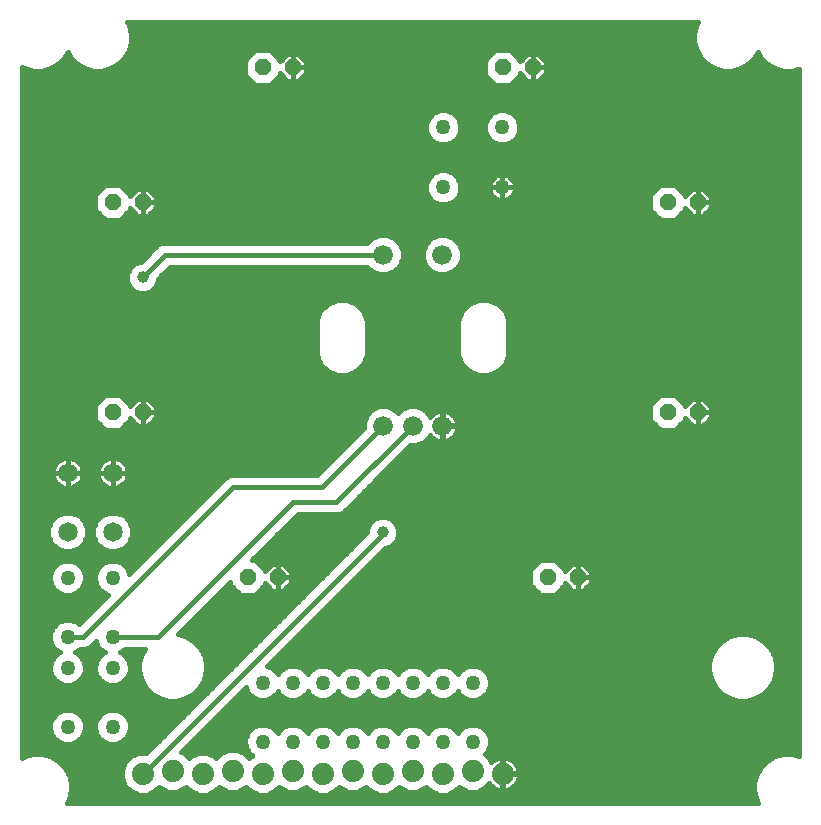
<source format=gbl>
G75*
%MOIN*%
%OFA0B0*%
%FSLAX25Y25*%
%IPPOS*%
%LPD*%
%AMOC8*
5,1,8,0,0,1.08239X$1,22.5*
%
%ADD10C,0.06500*%
%ADD11OC8,0.05200*%
%ADD12C,0.05000*%
%ADD13C,0.06600*%
%ADD14C,0.07400*%
%ADD15C,0.03962*%
%ADD16C,0.01600*%
D10*
X0021800Y0096957D03*
X0036800Y0096957D03*
X0036800Y0116643D03*
X0021800Y0116643D03*
D11*
X0036800Y0136800D03*
X0046800Y0136800D03*
X0081800Y0081800D03*
X0091800Y0081800D03*
X0181800Y0081800D03*
X0191800Y0081800D03*
X0221800Y0136800D03*
X0231800Y0136800D03*
X0231800Y0206800D03*
X0221800Y0206800D03*
X0176800Y0251800D03*
X0166800Y0251800D03*
X0096800Y0251800D03*
X0086800Y0251800D03*
X0046800Y0206800D03*
X0036800Y0206800D03*
D12*
X0146957Y0211800D03*
X0166643Y0211800D03*
X0166643Y0231800D03*
X0146957Y0231800D03*
X0036800Y0081643D03*
X0021800Y0081643D03*
X0021800Y0061957D03*
X0021800Y0051643D03*
X0036800Y0051643D03*
X0036800Y0061957D03*
X0036800Y0031957D03*
X0021800Y0031957D03*
X0086800Y0026957D03*
X0096800Y0026957D03*
X0106800Y0026957D03*
X0116800Y0026957D03*
X0126800Y0026957D03*
X0136800Y0026957D03*
X0146800Y0026957D03*
X0156800Y0026957D03*
X0156800Y0046643D03*
X0146800Y0046643D03*
X0136800Y0046643D03*
X0126800Y0046643D03*
X0116800Y0046643D03*
X0106800Y0046643D03*
X0096800Y0046643D03*
X0086800Y0046643D03*
D13*
X0126957Y0132272D03*
X0136800Y0132272D03*
X0146643Y0132272D03*
X0146643Y0189359D03*
X0126957Y0189359D03*
D14*
X0136800Y0017300D03*
X0126800Y0016300D03*
X0116800Y0017300D03*
X0106800Y0016300D03*
X0096800Y0017300D03*
X0086800Y0016300D03*
X0076800Y0017300D03*
X0066800Y0016300D03*
X0056800Y0017300D03*
X0046800Y0016300D03*
X0146800Y0016300D03*
X0156800Y0017300D03*
X0166800Y0016300D03*
D15*
X0126800Y0096800D03*
X0046800Y0181800D03*
D16*
X0006600Y0251986D02*
X0006600Y0021614D01*
X0007516Y0022143D01*
X0010339Y0022899D01*
X0013261Y0022899D01*
X0016084Y0022143D01*
X0018615Y0020682D01*
X0020682Y0018615D01*
X0022143Y0016084D01*
X0022899Y0013261D01*
X0022899Y0010339D01*
X0022143Y0007516D01*
X0021614Y0006600D01*
X0251986Y0006600D01*
X0251457Y0007516D01*
X0250701Y0010339D01*
X0250701Y0013261D01*
X0251457Y0016084D01*
X0252918Y0018615D01*
X0254985Y0020682D01*
X0257516Y0022143D01*
X0260339Y0022899D01*
X0263261Y0022899D01*
X0265701Y0022246D01*
X0265701Y0251354D01*
X0263261Y0250701D01*
X0260339Y0250701D01*
X0257516Y0251457D01*
X0254985Y0252918D01*
X0252918Y0254985D01*
X0251800Y0256922D01*
X0250682Y0254985D01*
X0248615Y0252918D01*
X0246084Y0251457D01*
X0243261Y0250701D01*
X0240339Y0250701D01*
X0237516Y0251457D01*
X0234985Y0252918D01*
X0232918Y0254985D01*
X0231457Y0257516D01*
X0230701Y0260339D01*
X0230701Y0263261D01*
X0231457Y0266084D01*
X0231963Y0266961D01*
X0041637Y0266961D01*
X0042143Y0266084D01*
X0042899Y0263261D01*
X0042899Y0260339D01*
X0042143Y0257516D01*
X0040682Y0254985D01*
X0038615Y0252918D01*
X0036084Y0251457D01*
X0033261Y0250701D01*
X0030339Y0250701D01*
X0027516Y0251457D01*
X0024985Y0252918D01*
X0022918Y0254985D01*
X0021800Y0256922D01*
X0020682Y0254985D01*
X0018615Y0252918D01*
X0016084Y0251457D01*
X0013261Y0250701D01*
X0010339Y0250701D01*
X0007516Y0251457D01*
X0006600Y0251986D01*
X0006600Y0251168D02*
X0008596Y0251168D01*
X0006600Y0249569D02*
X0081000Y0249569D01*
X0081000Y0249398D02*
X0084398Y0246000D01*
X0089202Y0246000D01*
X0092600Y0249398D01*
X0092600Y0249777D01*
X0094977Y0247400D01*
X0096800Y0247400D01*
X0098623Y0247400D01*
X0101200Y0249977D01*
X0101200Y0251800D01*
X0101200Y0253623D01*
X0098623Y0256200D01*
X0096800Y0256200D01*
X0096800Y0251800D01*
X0101200Y0251800D01*
X0096800Y0251800D01*
X0096800Y0251800D01*
X0096800Y0251800D01*
X0096800Y0247400D01*
X0096800Y0251800D01*
X0096800Y0251800D01*
X0096800Y0256200D01*
X0094977Y0256200D01*
X0092600Y0253823D01*
X0092600Y0254202D01*
X0089202Y0257600D01*
X0084398Y0257600D01*
X0081000Y0254202D01*
X0081000Y0249398D01*
X0081000Y0251168D02*
X0035004Y0251168D01*
X0038352Y0252766D02*
X0081000Y0252766D01*
X0081162Y0254365D02*
X0040061Y0254365D01*
X0041246Y0255963D02*
X0082761Y0255963D01*
X0084359Y0257562D02*
X0042155Y0257562D01*
X0042583Y0259160D02*
X0231017Y0259160D01*
X0230701Y0260759D02*
X0042899Y0260759D01*
X0042899Y0262357D02*
X0230701Y0262357D01*
X0230887Y0263956D02*
X0042713Y0263956D01*
X0042285Y0265554D02*
X0231315Y0265554D01*
X0231445Y0257562D02*
X0169241Y0257562D01*
X0169202Y0257600D02*
X0164398Y0257600D01*
X0161000Y0254202D01*
X0161000Y0249398D01*
X0164398Y0246000D01*
X0169202Y0246000D01*
X0172600Y0249398D01*
X0172600Y0249777D01*
X0174977Y0247400D01*
X0176800Y0247400D01*
X0178623Y0247400D01*
X0181200Y0249977D01*
X0181200Y0251800D01*
X0181200Y0253623D01*
X0178623Y0256200D01*
X0176800Y0256200D01*
X0176800Y0251800D01*
X0181200Y0251800D01*
X0176800Y0251800D01*
X0176800Y0251800D01*
X0176800Y0251800D01*
X0176800Y0247400D01*
X0176800Y0251800D01*
X0176800Y0251800D01*
X0176800Y0256200D01*
X0174977Y0256200D01*
X0172600Y0253823D01*
X0172600Y0254202D01*
X0169202Y0257600D01*
X0170839Y0255963D02*
X0174741Y0255963D01*
X0176800Y0255963D02*
X0176800Y0255963D01*
X0176800Y0254365D02*
X0176800Y0254365D01*
X0176800Y0252766D02*
X0176800Y0252766D01*
X0176800Y0251168D02*
X0176800Y0251168D01*
X0176800Y0249569D02*
X0176800Y0249569D01*
X0176800Y0247971D02*
X0176800Y0247971D01*
X0179193Y0247971D02*
X0265701Y0247971D01*
X0265701Y0249569D02*
X0180792Y0249569D01*
X0181200Y0251168D02*
X0238596Y0251168D01*
X0235248Y0252766D02*
X0181200Y0252766D01*
X0180458Y0254365D02*
X0233539Y0254365D01*
X0232354Y0255963D02*
X0178859Y0255963D01*
X0173142Y0254365D02*
X0172438Y0254365D01*
X0172600Y0249569D02*
X0172808Y0249569D01*
X0174407Y0247971D02*
X0171173Y0247971D01*
X0169575Y0246372D02*
X0265701Y0246372D01*
X0265701Y0244774D02*
X0006600Y0244774D01*
X0006600Y0246372D02*
X0084025Y0246372D01*
X0082427Y0247971D02*
X0006600Y0247971D01*
X0006600Y0243175D02*
X0265701Y0243175D01*
X0265701Y0241577D02*
X0006600Y0241577D01*
X0006600Y0239978D02*
X0265701Y0239978D01*
X0265701Y0238380D02*
X0006600Y0238380D01*
X0006600Y0236781D02*
X0144088Y0236781D01*
X0143729Y0236632D02*
X0142125Y0235029D01*
X0141257Y0232934D01*
X0141257Y0230666D01*
X0142125Y0228571D01*
X0143729Y0226968D01*
X0145824Y0226100D01*
X0148091Y0226100D01*
X0150186Y0226968D01*
X0151790Y0228571D01*
X0152657Y0230666D01*
X0152657Y0232934D01*
X0151790Y0235029D01*
X0150186Y0236632D01*
X0148091Y0237500D01*
X0145824Y0237500D01*
X0143729Y0236632D01*
X0142279Y0235183D02*
X0006600Y0235183D01*
X0006600Y0233584D02*
X0141527Y0233584D01*
X0141257Y0231986D02*
X0006600Y0231986D01*
X0006600Y0230387D02*
X0141373Y0230387D01*
X0142035Y0228789D02*
X0006600Y0228789D01*
X0006600Y0227190D02*
X0143506Y0227190D01*
X0150409Y0227190D02*
X0163191Y0227190D01*
X0163414Y0226968D02*
X0161810Y0228571D01*
X0160943Y0230666D01*
X0160943Y0232934D01*
X0161810Y0235029D01*
X0163414Y0236632D01*
X0165509Y0237500D01*
X0167776Y0237500D01*
X0169871Y0236632D01*
X0171475Y0235029D01*
X0172343Y0232934D01*
X0172343Y0230666D01*
X0171475Y0228571D01*
X0169871Y0226968D01*
X0167776Y0226100D01*
X0165509Y0226100D01*
X0163414Y0226968D01*
X0161720Y0228789D02*
X0151880Y0228789D01*
X0152542Y0230387D02*
X0161058Y0230387D01*
X0160943Y0231986D02*
X0152657Y0231986D01*
X0152388Y0233584D02*
X0161212Y0233584D01*
X0161964Y0235183D02*
X0151636Y0235183D01*
X0149827Y0236781D02*
X0163773Y0236781D01*
X0169512Y0236781D02*
X0265701Y0236781D01*
X0265701Y0235183D02*
X0171321Y0235183D01*
X0172073Y0233584D02*
X0265701Y0233584D01*
X0265701Y0231986D02*
X0172343Y0231986D01*
X0172227Y0230387D02*
X0265701Y0230387D01*
X0265701Y0228789D02*
X0171565Y0228789D01*
X0170094Y0227190D02*
X0265701Y0227190D01*
X0265701Y0225592D02*
X0006600Y0225592D01*
X0006600Y0223993D02*
X0265701Y0223993D01*
X0265701Y0222395D02*
X0006600Y0222395D01*
X0006600Y0220796D02*
X0265701Y0220796D01*
X0265701Y0219198D02*
X0006600Y0219198D01*
X0006600Y0217599D02*
X0265701Y0217599D01*
X0265701Y0216001D02*
X0167609Y0216001D01*
X0167649Y0215994D02*
X0166981Y0216100D01*
X0166643Y0216100D01*
X0166643Y0211800D01*
X0170943Y0211800D01*
X0170943Y0212138D01*
X0170837Y0212807D01*
X0170627Y0213451D01*
X0170320Y0214054D01*
X0169922Y0214601D01*
X0169444Y0215080D01*
X0168896Y0215478D01*
X0168293Y0215785D01*
X0167649Y0215994D01*
X0166643Y0216001D02*
X0166642Y0216001D01*
X0166642Y0216100D02*
X0166304Y0216100D01*
X0165636Y0215994D01*
X0164992Y0215785D01*
X0164389Y0215478D01*
X0163841Y0215080D01*
X0163363Y0214601D01*
X0162965Y0214054D01*
X0162658Y0213451D01*
X0162448Y0212807D01*
X0162343Y0212138D01*
X0162343Y0211800D01*
X0162343Y0211462D01*
X0162448Y0210793D01*
X0162658Y0210149D01*
X0162965Y0209546D01*
X0163363Y0208999D01*
X0163841Y0208520D01*
X0164389Y0208122D01*
X0164992Y0207815D01*
X0165636Y0207606D01*
X0166304Y0207500D01*
X0166642Y0207500D01*
X0166642Y0211800D01*
X0162343Y0211800D01*
X0166642Y0211800D01*
X0166642Y0211800D01*
X0166643Y0211800D01*
X0166643Y0211800D01*
X0170943Y0211800D01*
X0170943Y0211462D01*
X0170837Y0210793D01*
X0170627Y0210149D01*
X0170320Y0209546D01*
X0169922Y0208999D01*
X0169444Y0208520D01*
X0168896Y0208122D01*
X0168293Y0207815D01*
X0167649Y0207606D01*
X0166981Y0207500D01*
X0166643Y0207500D01*
X0166643Y0211800D01*
X0166642Y0211800D01*
X0166642Y0216100D01*
X0165676Y0216001D02*
X0150818Y0216001D01*
X0150186Y0216632D02*
X0151790Y0215029D01*
X0152657Y0212934D01*
X0152657Y0210666D01*
X0151790Y0208571D01*
X0150186Y0206968D01*
X0148091Y0206100D01*
X0145824Y0206100D01*
X0143729Y0206968D01*
X0142125Y0208571D01*
X0141257Y0210666D01*
X0141257Y0212934D01*
X0142125Y0215029D01*
X0143729Y0216632D01*
X0145824Y0217500D01*
X0148091Y0217500D01*
X0150186Y0216632D01*
X0152049Y0214402D02*
X0163218Y0214402D01*
X0162448Y0212803D02*
X0152657Y0212803D01*
X0152657Y0211205D02*
X0162383Y0211205D01*
X0162934Y0209606D02*
X0152219Y0209606D01*
X0151226Y0208008D02*
X0164613Y0208008D01*
X0166642Y0208008D02*
X0166643Y0208008D01*
X0166642Y0209606D02*
X0166643Y0209606D01*
X0166642Y0211205D02*
X0166643Y0211205D01*
X0166642Y0212803D02*
X0166643Y0212803D01*
X0166642Y0214402D02*
X0166643Y0214402D01*
X0170067Y0214402D02*
X0265701Y0214402D01*
X0265701Y0212803D02*
X0170837Y0212803D01*
X0170902Y0211205D02*
X0218003Y0211205D01*
X0219398Y0212600D02*
X0216000Y0209202D01*
X0216000Y0204398D01*
X0219398Y0201000D01*
X0224202Y0201000D01*
X0227600Y0204398D01*
X0227600Y0204777D01*
X0229977Y0202400D01*
X0231800Y0202400D01*
X0233623Y0202400D01*
X0236200Y0204977D01*
X0236200Y0206800D01*
X0236200Y0208623D01*
X0233623Y0211200D01*
X0231800Y0211200D01*
X0231800Y0206800D01*
X0236200Y0206800D01*
X0231800Y0206800D01*
X0231800Y0206800D01*
X0231800Y0206800D01*
X0231800Y0202400D01*
X0231800Y0206800D01*
X0231800Y0206800D01*
X0231800Y0211200D01*
X0229977Y0211200D01*
X0227600Y0208823D01*
X0227600Y0209202D01*
X0224202Y0212600D01*
X0219398Y0212600D01*
X0216404Y0209606D02*
X0170351Y0209606D01*
X0168672Y0208008D02*
X0216000Y0208008D01*
X0216000Y0206409D02*
X0148838Y0206409D01*
X0145077Y0206409D02*
X0051200Y0206409D01*
X0051200Y0206800D02*
X0046800Y0206800D01*
X0051200Y0206800D01*
X0051200Y0208623D01*
X0048623Y0211200D01*
X0046800Y0211200D01*
X0046800Y0206800D01*
X0046800Y0206800D01*
X0046800Y0206800D01*
X0046800Y0202400D01*
X0048623Y0202400D01*
X0051200Y0204977D01*
X0051200Y0206800D01*
X0051200Y0208008D02*
X0142688Y0208008D01*
X0141696Y0209606D02*
X0050216Y0209606D01*
X0046800Y0209606D02*
X0046800Y0209606D01*
X0046800Y0211200D02*
X0044977Y0211200D01*
X0042600Y0208823D01*
X0042600Y0209202D01*
X0039202Y0212600D01*
X0034398Y0212600D01*
X0031000Y0209202D01*
X0031000Y0204398D01*
X0034398Y0201000D01*
X0039202Y0201000D01*
X0042600Y0204398D01*
X0042600Y0204777D01*
X0044977Y0202400D01*
X0046800Y0202400D01*
X0046800Y0206800D01*
X0046800Y0206800D01*
X0046800Y0211200D01*
X0046800Y0208008D02*
X0046800Y0208008D01*
X0046800Y0206409D02*
X0046800Y0206409D01*
X0046800Y0204811D02*
X0046800Y0204811D01*
X0046800Y0203212D02*
X0046800Y0203212D01*
X0049435Y0203212D02*
X0217185Y0203212D01*
X0216000Y0204811D02*
X0051033Y0204811D01*
X0044165Y0203212D02*
X0041415Y0203212D01*
X0039816Y0201614D02*
X0218784Y0201614D01*
X0224816Y0201614D02*
X0265701Y0201614D01*
X0265701Y0203212D02*
X0234435Y0203212D01*
X0236033Y0204811D02*
X0265701Y0204811D01*
X0265701Y0206409D02*
X0236200Y0206409D01*
X0236200Y0208008D02*
X0265701Y0208008D01*
X0265701Y0209606D02*
X0235216Y0209606D01*
X0231800Y0209606D02*
X0231800Y0209606D01*
X0231800Y0208008D02*
X0231800Y0208008D01*
X0231800Y0206409D02*
X0231800Y0206409D01*
X0231800Y0204811D02*
X0231800Y0204811D01*
X0231800Y0203212D02*
X0231800Y0203212D01*
X0229165Y0203212D02*
X0226415Y0203212D01*
X0227196Y0209606D02*
X0228384Y0209606D01*
X0225597Y0211205D02*
X0265701Y0211205D01*
X0265701Y0200015D02*
X0006600Y0200015D01*
X0006600Y0198417D02*
X0265701Y0198417D01*
X0265701Y0196818D02*
X0006600Y0196818D01*
X0006600Y0195220D02*
X0124121Y0195220D01*
X0123276Y0194869D02*
X0121765Y0193359D01*
X0053563Y0193359D01*
X0052093Y0192750D01*
X0046324Y0186981D01*
X0045769Y0186981D01*
X0043865Y0186192D01*
X0042408Y0184735D01*
X0041619Y0182831D01*
X0041619Y0180769D01*
X0042408Y0178865D01*
X0043865Y0177408D01*
X0045769Y0176619D01*
X0047831Y0176619D01*
X0049735Y0177408D01*
X0051192Y0178865D01*
X0051981Y0180769D01*
X0051981Y0181324D01*
X0056016Y0185359D01*
X0121765Y0185359D01*
X0123276Y0183849D01*
X0125665Y0182859D01*
X0128250Y0182859D01*
X0130639Y0183849D01*
X0132468Y0185677D01*
X0133457Y0188066D01*
X0133457Y0190652D01*
X0132468Y0193041D01*
X0130639Y0194869D01*
X0128250Y0195859D01*
X0125665Y0195859D01*
X0123276Y0194869D01*
X0122027Y0193621D02*
X0006600Y0193621D01*
X0006600Y0192023D02*
X0051366Y0192023D01*
X0049767Y0190424D02*
X0006600Y0190424D01*
X0006600Y0188826D02*
X0048169Y0188826D01*
X0046570Y0187227D02*
X0006600Y0187227D01*
X0006600Y0185629D02*
X0043302Y0185629D01*
X0042116Y0184030D02*
X0006600Y0184030D01*
X0006600Y0182432D02*
X0041619Y0182432D01*
X0041619Y0180833D02*
X0006600Y0180833D01*
X0006600Y0179235D02*
X0042255Y0179235D01*
X0043637Y0177636D02*
X0006600Y0177636D01*
X0006600Y0176038D02*
X0265701Y0176038D01*
X0265701Y0177636D02*
X0049963Y0177636D01*
X0051345Y0179235D02*
X0265701Y0179235D01*
X0265701Y0180833D02*
X0051981Y0180833D01*
X0053089Y0182432D02*
X0265701Y0182432D01*
X0265701Y0184030D02*
X0150506Y0184030D01*
X0150324Y0183849D02*
X0152153Y0185677D01*
X0153143Y0188066D01*
X0153143Y0190652D01*
X0152153Y0193041D01*
X0150324Y0194869D01*
X0147935Y0195859D01*
X0145350Y0195859D01*
X0142961Y0194869D01*
X0141132Y0193041D01*
X0140143Y0190652D01*
X0140143Y0188066D01*
X0141132Y0185677D01*
X0142961Y0183849D01*
X0145350Y0182859D01*
X0147935Y0182859D01*
X0150324Y0183849D01*
X0152105Y0185629D02*
X0265701Y0185629D01*
X0265701Y0187227D02*
X0152795Y0187227D01*
X0153143Y0188826D02*
X0265701Y0188826D01*
X0265701Y0190424D02*
X0153143Y0190424D01*
X0152575Y0192023D02*
X0265701Y0192023D01*
X0265701Y0193621D02*
X0151573Y0193621D01*
X0149479Y0195220D02*
X0265701Y0195220D01*
X0265701Y0174439D02*
X0006600Y0174439D01*
X0006600Y0172841D02*
X0108286Y0172841D01*
X0108452Y0173007D02*
X0106105Y0170660D01*
X0104835Y0167593D01*
X0104835Y0156007D01*
X0106105Y0152940D01*
X0108452Y0150593D01*
X0111518Y0149323D01*
X0114838Y0149323D01*
X0117904Y0150593D01*
X0117904Y0150593D01*
X0120251Y0152940D01*
X0120251Y0152940D01*
X0121521Y0156007D01*
X0121521Y0156711D01*
X0121521Y0167593D01*
X0120251Y0170660D01*
X0117904Y0173007D01*
X0114838Y0174277D01*
X0111518Y0174277D01*
X0108452Y0173007D01*
X0108452Y0173007D01*
X0106687Y0171242D02*
X0006600Y0171242D01*
X0006600Y0169644D02*
X0105684Y0169644D01*
X0106105Y0170660D02*
X0106105Y0170660D01*
X0105022Y0168045D02*
X0006600Y0168045D01*
X0006600Y0166447D02*
X0104835Y0166447D01*
X0104835Y0164848D02*
X0006600Y0164848D01*
X0006600Y0163250D02*
X0104835Y0163250D01*
X0104835Y0161651D02*
X0006600Y0161651D01*
X0006600Y0160053D02*
X0104835Y0160053D01*
X0104835Y0158454D02*
X0006600Y0158454D01*
X0006600Y0156856D02*
X0104835Y0156856D01*
X0105145Y0155257D02*
X0006600Y0155257D01*
X0006600Y0153659D02*
X0105807Y0153659D01*
X0106105Y0152940D02*
X0106105Y0152940D01*
X0106985Y0152060D02*
X0006600Y0152060D01*
X0006600Y0150462D02*
X0108769Y0150462D01*
X0108452Y0150593D02*
X0108452Y0150593D01*
X0117587Y0150462D02*
X0156013Y0150462D01*
X0155696Y0150593D02*
X0158762Y0149323D01*
X0162082Y0149323D01*
X0165148Y0150593D01*
X0165148Y0150593D01*
X0167495Y0152940D01*
X0168765Y0156007D01*
X0168765Y0158621D01*
X0168765Y0164979D01*
X0168765Y0167593D01*
X0167495Y0170660D01*
X0165148Y0173007D01*
X0162082Y0174277D01*
X0158762Y0174277D01*
X0155696Y0173007D01*
X0153349Y0170660D01*
X0152079Y0167593D01*
X0152079Y0156007D01*
X0153349Y0152940D01*
X0155696Y0150593D01*
X0155696Y0150593D01*
X0154229Y0152060D02*
X0119371Y0152060D01*
X0120549Y0153659D02*
X0153051Y0153659D01*
X0153349Y0152940D02*
X0153349Y0152940D01*
X0152389Y0155257D02*
X0121211Y0155257D01*
X0121521Y0156856D02*
X0152079Y0156856D01*
X0152079Y0158454D02*
X0121521Y0158454D01*
X0121521Y0160053D02*
X0152079Y0160053D01*
X0152079Y0161651D02*
X0121521Y0161651D01*
X0121521Y0163250D02*
X0152079Y0163250D01*
X0152079Y0164848D02*
X0121521Y0164848D01*
X0121521Y0166447D02*
X0152079Y0166447D01*
X0152266Y0168045D02*
X0121334Y0168045D01*
X0120672Y0169644D02*
X0152928Y0169644D01*
X0153349Y0170660D02*
X0153349Y0170660D01*
X0153931Y0171242D02*
X0119669Y0171242D01*
X0120251Y0170660D02*
X0120251Y0170660D01*
X0118070Y0172841D02*
X0155530Y0172841D01*
X0155696Y0173007D02*
X0155696Y0173007D01*
X0165148Y0173007D02*
X0165148Y0173007D01*
X0165314Y0172841D02*
X0265701Y0172841D01*
X0265701Y0171242D02*
X0166913Y0171242D01*
X0167495Y0170660D02*
X0167495Y0170660D01*
X0167916Y0169644D02*
X0265701Y0169644D01*
X0265701Y0168045D02*
X0168578Y0168045D01*
X0168765Y0166447D02*
X0265701Y0166447D01*
X0265701Y0164848D02*
X0168765Y0164848D01*
X0168765Y0163250D02*
X0265701Y0163250D01*
X0265701Y0161651D02*
X0168765Y0161651D01*
X0168765Y0160053D02*
X0265701Y0160053D01*
X0265701Y0158454D02*
X0168765Y0158454D01*
X0168765Y0156856D02*
X0265701Y0156856D01*
X0265701Y0155257D02*
X0168455Y0155257D01*
X0167793Y0153659D02*
X0265701Y0153659D01*
X0265701Y0152060D02*
X0166615Y0152060D01*
X0167495Y0152940D02*
X0167495Y0152940D01*
X0164831Y0150462D02*
X0265701Y0150462D01*
X0265701Y0148863D02*
X0006600Y0148863D01*
X0006600Y0147265D02*
X0265701Y0147265D01*
X0265701Y0145666D02*
X0006600Y0145666D01*
X0006600Y0144068D02*
X0265701Y0144068D01*
X0265701Y0142469D02*
X0224333Y0142469D01*
X0224202Y0142600D02*
X0219398Y0142600D01*
X0216000Y0139202D01*
X0216000Y0134398D01*
X0219398Y0131000D01*
X0224202Y0131000D01*
X0227600Y0134398D01*
X0227600Y0134777D01*
X0229977Y0132400D01*
X0231800Y0132400D01*
X0233623Y0132400D01*
X0236200Y0134977D01*
X0236200Y0136800D01*
X0236200Y0138623D01*
X0233623Y0141200D01*
X0231800Y0141200D01*
X0231800Y0136800D01*
X0236200Y0136800D01*
X0231800Y0136800D01*
X0231800Y0136800D01*
X0231800Y0136800D01*
X0231800Y0141200D01*
X0229977Y0141200D01*
X0227600Y0138823D01*
X0227600Y0139202D01*
X0224202Y0142600D01*
X0225932Y0140870D02*
X0229648Y0140870D01*
X0231800Y0140870D02*
X0231800Y0140870D01*
X0231800Y0139272D02*
X0231800Y0139272D01*
X0231800Y0137673D02*
X0231800Y0137673D01*
X0231800Y0136800D02*
X0231800Y0132400D01*
X0231800Y0136800D01*
X0231800Y0136800D01*
X0231800Y0136075D02*
X0231800Y0136075D01*
X0231800Y0134476D02*
X0231800Y0134476D01*
X0231800Y0132878D02*
X0231800Y0132878D01*
X0234100Y0132878D02*
X0265701Y0132878D01*
X0265701Y0134476D02*
X0235699Y0134476D01*
X0236200Y0136075D02*
X0265701Y0136075D01*
X0265701Y0137673D02*
X0236200Y0137673D01*
X0235551Y0139272D02*
X0265701Y0139272D01*
X0265701Y0140870D02*
X0233952Y0140870D01*
X0228049Y0139272D02*
X0227530Y0139272D01*
X0227600Y0134476D02*
X0227901Y0134476D01*
X0229500Y0132878D02*
X0226080Y0132878D01*
X0224482Y0131279D02*
X0265701Y0131279D01*
X0265701Y0129681D02*
X0151046Y0129681D01*
X0151004Y0129599D02*
X0151369Y0130315D01*
X0151617Y0131078D01*
X0151743Y0131871D01*
X0151742Y0132088D01*
X0146827Y0132088D01*
X0146827Y0132457D01*
X0146458Y0132457D01*
X0146458Y0137372D01*
X0146241Y0137372D01*
X0145448Y0137247D01*
X0144685Y0136999D01*
X0143970Y0136634D01*
X0143320Y0136162D01*
X0142752Y0135595D01*
X0142566Y0135338D01*
X0142310Y0135954D01*
X0140482Y0137783D01*
X0138093Y0138772D01*
X0135507Y0138772D01*
X0133118Y0137783D01*
X0131879Y0136544D01*
X0130639Y0137783D01*
X0128250Y0138772D01*
X0125665Y0138772D01*
X0123276Y0137783D01*
X0121447Y0135954D01*
X0120457Y0133565D01*
X0120457Y0131429D01*
X0104828Y0115800D01*
X0076004Y0115800D01*
X0074534Y0115191D01*
X0073409Y0114066D01*
X0073409Y0114066D01*
X0042389Y0083045D01*
X0041632Y0084871D01*
X0040029Y0086475D01*
X0037934Y0087343D01*
X0035666Y0087343D01*
X0033571Y0086475D01*
X0031968Y0084871D01*
X0031100Y0082776D01*
X0031100Y0080509D01*
X0031968Y0078414D01*
X0033571Y0076810D01*
X0035397Y0076054D01*
X0025581Y0066238D01*
X0025029Y0066790D01*
X0022934Y0067657D01*
X0020666Y0067657D01*
X0018571Y0066790D01*
X0016968Y0065186D01*
X0016100Y0063091D01*
X0016100Y0060824D01*
X0016968Y0058729D01*
X0018571Y0057125D01*
X0019356Y0056800D01*
X0018571Y0056475D01*
X0016968Y0054871D01*
X0016100Y0052776D01*
X0016100Y0050509D01*
X0016968Y0048414D01*
X0018571Y0046810D01*
X0020666Y0045943D01*
X0022934Y0045943D01*
X0025029Y0046810D01*
X0026632Y0048414D01*
X0027500Y0050509D01*
X0027500Y0052776D01*
X0026632Y0054871D01*
X0025029Y0056475D01*
X0024244Y0056800D01*
X0025029Y0057125D01*
X0025861Y0057957D01*
X0027753Y0057957D01*
X0029223Y0058566D01*
X0031211Y0060555D01*
X0031968Y0058729D01*
X0033571Y0057125D01*
X0034356Y0056800D01*
X0033571Y0056475D01*
X0031968Y0054871D01*
X0031100Y0052776D01*
X0031100Y0050509D01*
X0031968Y0048414D01*
X0033571Y0046810D01*
X0035666Y0045943D01*
X0037934Y0045943D01*
X0040029Y0046810D01*
X0041632Y0048414D01*
X0042500Y0050509D01*
X0042500Y0052776D01*
X0041632Y0054871D01*
X0040029Y0056475D01*
X0039244Y0056800D01*
X0040029Y0057125D01*
X0040861Y0057957D01*
X0047539Y0057957D01*
X0046457Y0056084D01*
X0045701Y0053261D01*
X0045701Y0050339D01*
X0046457Y0047516D01*
X0047918Y0044985D01*
X0049985Y0042918D01*
X0052516Y0041457D01*
X0055339Y0040701D01*
X0058261Y0040701D01*
X0061084Y0041457D01*
X0063615Y0042918D01*
X0065682Y0044985D01*
X0067143Y0047516D01*
X0067899Y0050339D01*
X0067899Y0053261D01*
X0067143Y0056084D01*
X0065682Y0058615D01*
X0063615Y0060682D01*
X0061084Y0062143D01*
X0058494Y0062837D01*
X0076000Y0080343D01*
X0076000Y0079398D01*
X0079398Y0076000D01*
X0084202Y0076000D01*
X0087600Y0079398D01*
X0087600Y0079777D01*
X0089977Y0077400D01*
X0091800Y0077400D01*
X0093623Y0077400D01*
X0096200Y0079977D01*
X0096200Y0081800D01*
X0096200Y0083623D01*
X0093623Y0086200D01*
X0091800Y0086200D01*
X0091800Y0081800D01*
X0091800Y0081800D01*
X0096200Y0081800D01*
X0091800Y0081800D01*
X0091800Y0081800D01*
X0091800Y0086200D01*
X0089977Y0086200D01*
X0087600Y0083823D01*
X0087600Y0084202D01*
X0084202Y0087600D01*
X0083257Y0087600D01*
X0098457Y0102800D01*
X0112123Y0102800D01*
X0113593Y0103409D01*
X0135957Y0125772D01*
X0138093Y0125772D01*
X0140482Y0126762D01*
X0142310Y0128590D01*
X0142566Y0129207D01*
X0142752Y0128950D01*
X0143320Y0128382D01*
X0143970Y0127911D01*
X0144685Y0127546D01*
X0145448Y0127298D01*
X0146241Y0127172D01*
X0146458Y0127172D01*
X0146458Y0132088D01*
X0146827Y0132088D01*
X0146827Y0127172D01*
X0147044Y0127172D01*
X0147837Y0127298D01*
X0148600Y0127546D01*
X0149316Y0127911D01*
X0149965Y0128382D01*
X0150533Y0128950D01*
X0151004Y0129599D01*
X0151649Y0131279D02*
X0219118Y0131279D01*
X0217520Y0132878D02*
X0151710Y0132878D01*
X0151743Y0132674D02*
X0151617Y0133467D01*
X0151369Y0134230D01*
X0151004Y0134945D01*
X0150533Y0135595D01*
X0149965Y0136162D01*
X0149316Y0136634D01*
X0148600Y0136999D01*
X0147837Y0137247D01*
X0147044Y0137372D01*
X0146827Y0137372D01*
X0146827Y0132457D01*
X0151743Y0132457D01*
X0151743Y0132674D01*
X0151243Y0134476D02*
X0216000Y0134476D01*
X0216000Y0136075D02*
X0150052Y0136075D01*
X0146827Y0136075D02*
X0146458Y0136075D01*
X0146458Y0134476D02*
X0146827Y0134476D01*
X0146827Y0132878D02*
X0146458Y0132878D01*
X0146458Y0131279D02*
X0146827Y0131279D01*
X0146827Y0129681D02*
X0146458Y0129681D01*
X0146458Y0128082D02*
X0146827Y0128082D01*
X0149552Y0128082D02*
X0265701Y0128082D01*
X0265701Y0126484D02*
X0139810Y0126484D01*
X0141802Y0128082D02*
X0143733Y0128082D01*
X0143233Y0136075D02*
X0142190Y0136075D01*
X0140591Y0137673D02*
X0216000Y0137673D01*
X0216070Y0139272D02*
X0050551Y0139272D01*
X0051200Y0138623D02*
X0048623Y0141200D01*
X0046800Y0141200D01*
X0046800Y0136800D01*
X0051200Y0136800D01*
X0051200Y0138623D01*
X0051200Y0137673D02*
X0123166Y0137673D01*
X0121568Y0136075D02*
X0051200Y0136075D01*
X0051200Y0136800D02*
X0046800Y0136800D01*
X0046800Y0136800D01*
X0046800Y0136800D01*
X0046800Y0141200D01*
X0044977Y0141200D01*
X0042600Y0138823D01*
X0042600Y0139202D01*
X0039202Y0142600D01*
X0034398Y0142600D01*
X0031000Y0139202D01*
X0031000Y0134398D01*
X0034398Y0131000D01*
X0039202Y0131000D01*
X0042600Y0134398D01*
X0042600Y0134777D01*
X0044977Y0132400D01*
X0046800Y0132400D01*
X0048623Y0132400D01*
X0051200Y0134977D01*
X0051200Y0136800D01*
X0050699Y0134476D02*
X0120835Y0134476D01*
X0120457Y0132878D02*
X0049100Y0132878D01*
X0046800Y0132878D02*
X0046800Y0132878D01*
X0046800Y0132400D02*
X0046800Y0136800D01*
X0046800Y0136800D01*
X0046800Y0132400D01*
X0046800Y0134476D02*
X0046800Y0134476D01*
X0046800Y0136075D02*
X0046800Y0136075D01*
X0046800Y0137673D02*
X0046800Y0137673D01*
X0046800Y0139272D02*
X0046800Y0139272D01*
X0046800Y0140870D02*
X0046800Y0140870D01*
X0048952Y0140870D02*
X0217668Y0140870D01*
X0219267Y0142469D02*
X0039333Y0142469D01*
X0040932Y0140870D02*
X0044648Y0140870D01*
X0043049Y0139272D02*
X0042530Y0139272D01*
X0042600Y0134476D02*
X0042901Y0134476D01*
X0044500Y0132878D02*
X0041080Y0132878D01*
X0039482Y0131279D02*
X0120308Y0131279D01*
X0118709Y0129681D02*
X0006600Y0129681D01*
X0006600Y0131279D02*
X0034118Y0131279D01*
X0032520Y0132878D02*
X0006600Y0132878D01*
X0006600Y0134476D02*
X0031000Y0134476D01*
X0031000Y0136075D02*
X0006600Y0136075D01*
X0006600Y0137673D02*
X0031000Y0137673D01*
X0031070Y0139272D02*
X0006600Y0139272D01*
X0006600Y0140870D02*
X0032668Y0140870D01*
X0034267Y0142469D02*
X0006600Y0142469D01*
X0006600Y0128082D02*
X0117111Y0128082D01*
X0115512Y0126484D02*
X0006600Y0126484D01*
X0006600Y0124885D02*
X0113914Y0124885D01*
X0112315Y0123287D02*
X0006600Y0123287D01*
X0006600Y0121688D02*
X0021376Y0121688D01*
X0021403Y0121693D02*
X0020617Y0121568D01*
X0019861Y0121323D01*
X0019153Y0120962D01*
X0018510Y0120494D01*
X0017948Y0119932D01*
X0017481Y0119289D01*
X0017120Y0118581D01*
X0016874Y0117825D01*
X0016750Y0117040D01*
X0016750Y0116643D01*
X0021800Y0116643D01*
X0021800Y0121693D01*
X0021403Y0121693D01*
X0021800Y0121688D02*
X0021800Y0121688D01*
X0021800Y0121693D02*
X0021800Y0116643D01*
X0021800Y0116643D01*
X0021800Y0116642D01*
X0021800Y0111593D01*
X0022197Y0111593D01*
X0022983Y0111717D01*
X0023739Y0111962D01*
X0024447Y0112323D01*
X0025090Y0112791D01*
X0025652Y0113353D01*
X0026119Y0113996D01*
X0026480Y0114704D01*
X0026726Y0115460D01*
X0026850Y0116245D01*
X0026850Y0116642D01*
X0021800Y0116642D01*
X0021800Y0116642D01*
X0021800Y0111593D01*
X0021403Y0111593D01*
X0020617Y0111717D01*
X0019861Y0111962D01*
X0019153Y0112323D01*
X0018510Y0112791D01*
X0017948Y0113353D01*
X0017481Y0113996D01*
X0017120Y0114704D01*
X0016874Y0115460D01*
X0016750Y0116245D01*
X0016750Y0116642D01*
X0021800Y0116642D01*
X0021800Y0116643D01*
X0026850Y0116643D01*
X0026850Y0117040D01*
X0026726Y0117825D01*
X0026480Y0118581D01*
X0026119Y0119289D01*
X0025652Y0119932D01*
X0025090Y0120494D01*
X0024447Y0120962D01*
X0023739Y0121323D01*
X0022983Y0121568D01*
X0022197Y0121693D01*
X0021800Y0121693D01*
X0022224Y0121688D02*
X0036376Y0121688D01*
X0036403Y0121693D02*
X0035617Y0121568D01*
X0034861Y0121323D01*
X0034153Y0120962D01*
X0033510Y0120494D01*
X0032948Y0119932D01*
X0032481Y0119289D01*
X0032120Y0118581D01*
X0031874Y0117825D01*
X0031750Y0117040D01*
X0031750Y0116643D01*
X0036800Y0116643D01*
X0036800Y0121693D01*
X0036403Y0121693D01*
X0036800Y0121688D02*
X0036800Y0121688D01*
X0036800Y0121693D02*
X0036800Y0116643D01*
X0036800Y0116643D01*
X0036800Y0116642D01*
X0036800Y0111593D01*
X0037197Y0111593D01*
X0037983Y0111717D01*
X0038739Y0111962D01*
X0039447Y0112323D01*
X0040090Y0112791D01*
X0040652Y0113353D01*
X0041119Y0113996D01*
X0041480Y0114704D01*
X0041726Y0115460D01*
X0041850Y0116245D01*
X0041850Y0116642D01*
X0036800Y0116642D01*
X0036800Y0116642D01*
X0036800Y0111593D01*
X0036403Y0111593D01*
X0035617Y0111717D01*
X0034861Y0111962D01*
X0034153Y0112323D01*
X0033510Y0112791D01*
X0032948Y0113353D01*
X0032481Y0113996D01*
X0032120Y0114704D01*
X0031874Y0115460D01*
X0031750Y0116245D01*
X0031750Y0116642D01*
X0036800Y0116642D01*
X0036800Y0116643D01*
X0041850Y0116643D01*
X0041850Y0117040D01*
X0041726Y0117825D01*
X0041480Y0118581D01*
X0041119Y0119289D01*
X0040652Y0119932D01*
X0040090Y0120494D01*
X0039447Y0120962D01*
X0038739Y0121323D01*
X0037983Y0121568D01*
X0037197Y0121693D01*
X0036800Y0121693D01*
X0037224Y0121688D02*
X0110717Y0121688D01*
X0109118Y0120090D02*
X0040494Y0120090D01*
X0041509Y0118491D02*
X0107520Y0118491D01*
X0105921Y0116893D02*
X0041850Y0116893D01*
X0041672Y0115294D02*
X0074784Y0115294D01*
X0073039Y0113696D02*
X0040901Y0113696D01*
X0039003Y0112097D02*
X0071440Y0112097D01*
X0069842Y0110499D02*
X0006600Y0110499D01*
X0006600Y0112097D02*
X0019597Y0112097D01*
X0021800Y0112097D02*
X0021800Y0112097D01*
X0021800Y0113696D02*
X0021800Y0113696D01*
X0021800Y0115294D02*
X0021800Y0115294D01*
X0021800Y0116893D02*
X0021800Y0116893D01*
X0021800Y0118491D02*
X0021800Y0118491D01*
X0021800Y0120090D02*
X0021800Y0120090D01*
X0018106Y0120090D02*
X0006600Y0120090D01*
X0006600Y0118491D02*
X0017091Y0118491D01*
X0016750Y0116893D02*
X0006600Y0116893D01*
X0006600Y0115294D02*
X0016928Y0115294D01*
X0017699Y0113696D02*
X0006600Y0113696D01*
X0006600Y0108900D02*
X0068243Y0108900D01*
X0066645Y0107302D02*
X0006600Y0107302D01*
X0006600Y0105703D02*
X0065046Y0105703D01*
X0063448Y0104105D02*
X0006600Y0104105D01*
X0006600Y0102506D02*
X0018341Y0102506D01*
X0018146Y0102426D02*
X0016332Y0100611D01*
X0015350Y0098240D01*
X0015350Y0095674D01*
X0016332Y0093304D01*
X0018146Y0091489D01*
X0020517Y0090507D01*
X0023083Y0090507D01*
X0025454Y0091489D01*
X0027268Y0093304D01*
X0028250Y0095674D01*
X0028250Y0098240D01*
X0027268Y0100611D01*
X0025454Y0102426D01*
X0023083Y0103407D01*
X0020517Y0103407D01*
X0018146Y0102426D01*
X0016629Y0100908D02*
X0006600Y0100908D01*
X0006600Y0099309D02*
X0015793Y0099309D01*
X0015350Y0097711D02*
X0006600Y0097711D01*
X0006600Y0096112D02*
X0015350Y0096112D01*
X0015831Y0094514D02*
X0006600Y0094514D01*
X0006600Y0092915D02*
X0016721Y0092915D01*
X0018564Y0091317D02*
X0006600Y0091317D01*
X0006600Y0089718D02*
X0049061Y0089718D01*
X0047463Y0088120D02*
X0006600Y0088120D01*
X0006600Y0086521D02*
X0018683Y0086521D01*
X0018571Y0086475D02*
X0016968Y0084871D01*
X0016100Y0082776D01*
X0016100Y0080509D01*
X0016968Y0078414D01*
X0018571Y0076810D01*
X0020666Y0075943D01*
X0022934Y0075943D01*
X0025029Y0076810D01*
X0026632Y0078414D01*
X0027500Y0080509D01*
X0027500Y0082776D01*
X0026632Y0084871D01*
X0025029Y0086475D01*
X0022934Y0087343D01*
X0020666Y0087343D01*
X0018571Y0086475D01*
X0017019Y0084923D02*
X0006600Y0084923D01*
X0006600Y0083324D02*
X0016327Y0083324D01*
X0016100Y0081726D02*
X0006600Y0081726D01*
X0006600Y0080127D02*
X0016258Y0080127D01*
X0016920Y0078529D02*
X0006600Y0078529D01*
X0006600Y0076930D02*
X0018451Y0076930D01*
X0025149Y0076930D02*
X0033451Y0076930D01*
X0034675Y0075332D02*
X0006600Y0075332D01*
X0006600Y0073733D02*
X0033076Y0073733D01*
X0031478Y0072134D02*
X0006600Y0072134D01*
X0006600Y0070536D02*
X0029879Y0070536D01*
X0028281Y0068937D02*
X0006600Y0068937D01*
X0006600Y0067339D02*
X0019897Y0067339D01*
X0017522Y0065740D02*
X0006600Y0065740D01*
X0006600Y0064142D02*
X0016535Y0064142D01*
X0016100Y0062543D02*
X0006600Y0062543D01*
X0006600Y0060945D02*
X0016100Y0060945D01*
X0016712Y0059346D02*
X0006600Y0059346D01*
X0006600Y0057748D02*
X0017949Y0057748D01*
X0018246Y0056149D02*
X0006600Y0056149D01*
X0006600Y0054551D02*
X0016835Y0054551D01*
X0016173Y0052952D02*
X0006600Y0052952D01*
X0006600Y0051354D02*
X0016100Y0051354D01*
X0016412Y0049755D02*
X0006600Y0049755D01*
X0006600Y0048157D02*
X0017225Y0048157D01*
X0019180Y0046558D02*
X0006600Y0046558D01*
X0006600Y0044960D02*
X0047944Y0044960D01*
X0047010Y0046558D02*
X0039420Y0046558D01*
X0041375Y0048157D02*
X0046285Y0048157D01*
X0045857Y0049755D02*
X0042188Y0049755D01*
X0042500Y0051354D02*
X0045701Y0051354D01*
X0045701Y0052952D02*
X0042427Y0052952D01*
X0041765Y0054551D02*
X0046046Y0054551D01*
X0046495Y0056149D02*
X0040354Y0056149D01*
X0040651Y0057748D02*
X0047418Y0057748D01*
X0051957Y0061957D02*
X0096800Y0106800D01*
X0111328Y0106800D01*
X0136800Y0132272D01*
X0133009Y0137673D02*
X0130749Y0137673D01*
X0126957Y0132272D02*
X0106485Y0111800D01*
X0076800Y0111800D01*
X0026957Y0061957D01*
X0021800Y0061957D01*
X0025651Y0057748D02*
X0032949Y0057748D01*
X0033246Y0056149D02*
X0025354Y0056149D01*
X0026765Y0054551D02*
X0031835Y0054551D01*
X0031173Y0052952D02*
X0027427Y0052952D01*
X0027500Y0051354D02*
X0031100Y0051354D01*
X0031412Y0049755D02*
X0027188Y0049755D01*
X0026375Y0048157D02*
X0032225Y0048157D01*
X0034180Y0046558D02*
X0024420Y0046558D01*
X0022934Y0037657D02*
X0020666Y0037657D01*
X0018571Y0036790D01*
X0016968Y0035186D01*
X0016100Y0033091D01*
X0016100Y0030824D01*
X0016968Y0028729D01*
X0018571Y0027125D01*
X0020666Y0026257D01*
X0022934Y0026257D01*
X0025029Y0027125D01*
X0026632Y0028729D01*
X0027500Y0030824D01*
X0027500Y0033091D01*
X0026632Y0035186D01*
X0025029Y0036790D01*
X0022934Y0037657D01*
X0024600Y0036967D02*
X0034000Y0036967D01*
X0033571Y0036790D02*
X0031968Y0035186D01*
X0031100Y0033091D01*
X0031100Y0030824D01*
X0031968Y0028729D01*
X0033571Y0027125D01*
X0035666Y0026257D01*
X0037934Y0026257D01*
X0040029Y0027125D01*
X0041632Y0028729D01*
X0042500Y0030824D01*
X0042500Y0033091D01*
X0041632Y0035186D01*
X0040029Y0036790D01*
X0037934Y0037657D01*
X0035666Y0037657D01*
X0033571Y0036790D01*
X0032150Y0035369D02*
X0026450Y0035369D01*
X0027219Y0033770D02*
X0031381Y0033770D01*
X0031100Y0032172D02*
X0027500Y0032172D01*
X0027396Y0030573D02*
X0031204Y0030573D01*
X0031866Y0028975D02*
X0026734Y0028975D01*
X0025280Y0027376D02*
X0033320Y0027376D01*
X0040280Y0027376D02*
X0052219Y0027376D01*
X0050621Y0025778D02*
X0006600Y0025778D01*
X0006600Y0027376D02*
X0018320Y0027376D01*
X0016866Y0028975D02*
X0006600Y0028975D01*
X0006600Y0030573D02*
X0016204Y0030573D01*
X0016100Y0032172D02*
X0006600Y0032172D01*
X0006600Y0033770D02*
X0016381Y0033770D01*
X0017150Y0035369D02*
X0006600Y0035369D01*
X0006600Y0036967D02*
X0019000Y0036967D01*
X0006600Y0038566D02*
X0063409Y0038566D01*
X0065007Y0040164D02*
X0006600Y0040164D01*
X0006600Y0041763D02*
X0051987Y0041763D01*
X0049542Y0043361D02*
X0006600Y0043361D01*
X0006600Y0024179D02*
X0049022Y0024179D01*
X0048043Y0023200D02*
X0045427Y0023200D01*
X0042891Y0022150D01*
X0040950Y0020209D01*
X0039900Y0017672D01*
X0039900Y0014927D01*
X0040950Y0012391D01*
X0042891Y0010450D01*
X0045427Y0009400D01*
X0048172Y0009400D01*
X0050709Y0010450D01*
X0052300Y0012042D01*
X0052891Y0011450D01*
X0055427Y0010400D01*
X0058172Y0010400D01*
X0060709Y0011450D01*
X0061300Y0012042D01*
X0062891Y0010450D01*
X0065427Y0009400D01*
X0068172Y0009400D01*
X0070709Y0010450D01*
X0072300Y0012042D01*
X0072891Y0011450D01*
X0075427Y0010400D01*
X0078172Y0010400D01*
X0080709Y0011450D01*
X0081300Y0012042D01*
X0082891Y0010450D01*
X0085427Y0009400D01*
X0088172Y0009400D01*
X0090709Y0010450D01*
X0092300Y0012042D01*
X0092891Y0011450D01*
X0095427Y0010400D01*
X0098172Y0010400D01*
X0100709Y0011450D01*
X0101300Y0012042D01*
X0102891Y0010450D01*
X0105427Y0009400D01*
X0108172Y0009400D01*
X0110709Y0010450D01*
X0112300Y0012042D01*
X0112891Y0011450D01*
X0115427Y0010400D01*
X0118172Y0010400D01*
X0120709Y0011450D01*
X0121300Y0012042D01*
X0122891Y0010450D01*
X0125427Y0009400D01*
X0128172Y0009400D01*
X0130709Y0010450D01*
X0132300Y0012042D01*
X0132891Y0011450D01*
X0135427Y0010400D01*
X0138172Y0010400D01*
X0140709Y0011450D01*
X0141300Y0012042D01*
X0142891Y0010450D01*
X0145427Y0009400D01*
X0148172Y0009400D01*
X0150709Y0010450D01*
X0152300Y0012042D01*
X0152891Y0011450D01*
X0155427Y0010400D01*
X0158172Y0010400D01*
X0160709Y0011450D01*
X0162340Y0013082D01*
X0162605Y0012717D01*
X0163217Y0012105D01*
X0163917Y0011596D01*
X0164689Y0011203D01*
X0165512Y0010935D01*
X0166367Y0010800D01*
X0166600Y0010800D01*
X0166600Y0016100D01*
X0167000Y0016100D01*
X0167000Y0016500D01*
X0166600Y0016500D01*
X0166600Y0021800D01*
X0166367Y0021800D01*
X0165512Y0021665D01*
X0164689Y0021397D01*
X0163917Y0021004D01*
X0163217Y0020495D01*
X0163025Y0020303D01*
X0162650Y0021209D01*
X0160881Y0022977D01*
X0161632Y0023729D01*
X0162500Y0025824D01*
X0162500Y0028091D01*
X0161632Y0030186D01*
X0160029Y0031790D01*
X0157934Y0032657D01*
X0155666Y0032657D01*
X0153571Y0031790D01*
X0151968Y0030186D01*
X0151800Y0029781D01*
X0151632Y0030186D01*
X0150029Y0031790D01*
X0147934Y0032657D01*
X0145666Y0032657D01*
X0143571Y0031790D01*
X0141968Y0030186D01*
X0141800Y0029781D01*
X0141632Y0030186D01*
X0140029Y0031790D01*
X0137934Y0032657D01*
X0135666Y0032657D01*
X0133571Y0031790D01*
X0131968Y0030186D01*
X0131800Y0029781D01*
X0131632Y0030186D01*
X0130029Y0031790D01*
X0127934Y0032657D01*
X0125666Y0032657D01*
X0123571Y0031790D01*
X0121968Y0030186D01*
X0121800Y0029781D01*
X0121632Y0030186D01*
X0120029Y0031790D01*
X0117934Y0032657D01*
X0115666Y0032657D01*
X0113571Y0031790D01*
X0111968Y0030186D01*
X0111800Y0029781D01*
X0111632Y0030186D01*
X0110029Y0031790D01*
X0107934Y0032657D01*
X0105666Y0032657D01*
X0103571Y0031790D01*
X0101968Y0030186D01*
X0101800Y0029781D01*
X0101632Y0030186D01*
X0100029Y0031790D01*
X0097934Y0032657D01*
X0095666Y0032657D01*
X0093571Y0031790D01*
X0091968Y0030186D01*
X0091800Y0029781D01*
X0091632Y0030186D01*
X0090029Y0031790D01*
X0087934Y0032657D01*
X0085666Y0032657D01*
X0083571Y0031790D01*
X0081968Y0030186D01*
X0081100Y0028091D01*
X0081100Y0025824D01*
X0081968Y0023729D01*
X0083355Y0022342D01*
X0082891Y0022150D01*
X0082300Y0021558D01*
X0080709Y0023150D01*
X0078172Y0024200D01*
X0075427Y0024200D01*
X0072891Y0023150D01*
X0071300Y0021558D01*
X0070709Y0022150D01*
X0068172Y0023200D01*
X0065427Y0023200D01*
X0062891Y0022150D01*
X0062300Y0021558D01*
X0060709Y0023150D01*
X0059717Y0023560D01*
X0081266Y0045109D01*
X0081968Y0043414D01*
X0083571Y0041810D01*
X0085666Y0040943D01*
X0087934Y0040943D01*
X0090029Y0041810D01*
X0091632Y0043414D01*
X0091800Y0043819D01*
X0091968Y0043414D01*
X0093571Y0041810D01*
X0095666Y0040943D01*
X0097934Y0040943D01*
X0100029Y0041810D01*
X0101632Y0043414D01*
X0101800Y0043819D01*
X0101968Y0043414D01*
X0103571Y0041810D01*
X0105666Y0040943D01*
X0107934Y0040943D01*
X0110029Y0041810D01*
X0111632Y0043414D01*
X0111800Y0043819D01*
X0111968Y0043414D01*
X0113571Y0041810D01*
X0115666Y0040943D01*
X0117934Y0040943D01*
X0120029Y0041810D01*
X0121632Y0043414D01*
X0121800Y0043819D01*
X0121968Y0043414D01*
X0123571Y0041810D01*
X0125666Y0040943D01*
X0127934Y0040943D01*
X0130029Y0041810D01*
X0131632Y0043414D01*
X0131800Y0043819D01*
X0131968Y0043414D01*
X0133571Y0041810D01*
X0135666Y0040943D01*
X0137934Y0040943D01*
X0140029Y0041810D01*
X0141632Y0043414D01*
X0141800Y0043819D01*
X0141968Y0043414D01*
X0143571Y0041810D01*
X0145666Y0040943D01*
X0147934Y0040943D01*
X0150029Y0041810D01*
X0151632Y0043414D01*
X0151800Y0043819D01*
X0151968Y0043414D01*
X0153571Y0041810D01*
X0155666Y0040943D01*
X0157934Y0040943D01*
X0160029Y0041810D01*
X0161632Y0043414D01*
X0162500Y0045509D01*
X0162500Y0047776D01*
X0161632Y0049871D01*
X0160029Y0051475D01*
X0157934Y0052343D01*
X0155666Y0052343D01*
X0153571Y0051475D01*
X0151968Y0049871D01*
X0151800Y0049466D01*
X0151632Y0049871D01*
X0150029Y0051475D01*
X0147934Y0052343D01*
X0145666Y0052343D01*
X0143571Y0051475D01*
X0141968Y0049871D01*
X0141800Y0049466D01*
X0141632Y0049871D01*
X0140029Y0051475D01*
X0137934Y0052343D01*
X0135666Y0052343D01*
X0133571Y0051475D01*
X0131968Y0049871D01*
X0131800Y0049466D01*
X0131632Y0049871D01*
X0130029Y0051475D01*
X0127934Y0052343D01*
X0125666Y0052343D01*
X0123571Y0051475D01*
X0121968Y0049871D01*
X0121800Y0049466D01*
X0121632Y0049871D01*
X0120029Y0051475D01*
X0117934Y0052343D01*
X0115666Y0052343D01*
X0113571Y0051475D01*
X0111968Y0049871D01*
X0111800Y0049466D01*
X0111632Y0049871D01*
X0110029Y0051475D01*
X0107934Y0052343D01*
X0105666Y0052343D01*
X0103571Y0051475D01*
X0101968Y0049871D01*
X0101800Y0049466D01*
X0101632Y0049871D01*
X0100029Y0051475D01*
X0097934Y0052343D01*
X0095666Y0052343D01*
X0093571Y0051475D01*
X0091968Y0049871D01*
X0091800Y0049466D01*
X0091632Y0049871D01*
X0090029Y0051475D01*
X0088334Y0052177D01*
X0127776Y0091619D01*
X0127831Y0091619D01*
X0129735Y0092408D01*
X0131192Y0093865D01*
X0131981Y0095769D01*
X0131981Y0097831D01*
X0131192Y0099735D01*
X0129735Y0101192D01*
X0127831Y0101981D01*
X0125769Y0101981D01*
X0123865Y0101192D01*
X0122408Y0099735D01*
X0121619Y0097831D01*
X0121619Y0096776D01*
X0048043Y0023200D01*
X0043932Y0022581D02*
X0014450Y0022581D01*
X0018094Y0020982D02*
X0041724Y0020982D01*
X0040609Y0019384D02*
X0019913Y0019384D01*
X0021161Y0017785D02*
X0039947Y0017785D01*
X0039900Y0016187D02*
X0022084Y0016187D01*
X0022544Y0014588D02*
X0040041Y0014588D01*
X0040703Y0012990D02*
X0022899Y0012990D01*
X0022899Y0011391D02*
X0041951Y0011391D01*
X0044480Y0009793D02*
X0022753Y0009793D01*
X0022325Y0008194D02*
X0251275Y0008194D01*
X0250847Y0009793D02*
X0149120Y0009793D01*
X0151649Y0011391D02*
X0153035Y0011391D01*
X0160565Y0011391D02*
X0164320Y0011391D01*
X0166600Y0011391D02*
X0167000Y0011391D01*
X0167000Y0010800D02*
X0167233Y0010800D01*
X0168088Y0010935D01*
X0168911Y0011203D01*
X0169683Y0011596D01*
X0170383Y0012105D01*
X0170995Y0012717D01*
X0171504Y0013417D01*
X0171897Y0014189D01*
X0172165Y0015012D01*
X0172300Y0015867D01*
X0172300Y0016100D01*
X0167000Y0016100D01*
X0167000Y0010800D01*
X0167000Y0012990D02*
X0166600Y0012990D01*
X0166600Y0014588D02*
X0167000Y0014588D01*
X0167000Y0016187D02*
X0251516Y0016187D01*
X0251056Y0014588D02*
X0172027Y0014588D01*
X0171193Y0012990D02*
X0250701Y0012990D01*
X0250701Y0011391D02*
X0169280Y0011391D01*
X0167000Y0016500D02*
X0172300Y0016500D01*
X0172300Y0016733D01*
X0172165Y0017588D01*
X0171897Y0018411D01*
X0171504Y0019183D01*
X0170995Y0019883D01*
X0170383Y0020495D01*
X0169683Y0021004D01*
X0168911Y0021397D01*
X0168088Y0021665D01*
X0167233Y0021800D01*
X0167000Y0021800D01*
X0167000Y0016500D01*
X0167000Y0017785D02*
X0166600Y0017785D01*
X0166600Y0019384D02*
X0167000Y0019384D01*
X0167000Y0020982D02*
X0166600Y0020982D01*
X0163887Y0020982D02*
X0162743Y0020982D01*
X0161277Y0022581D02*
X0259150Y0022581D01*
X0255506Y0020982D02*
X0169713Y0020982D01*
X0171358Y0019384D02*
X0253687Y0019384D01*
X0252439Y0017785D02*
X0172100Y0017785D01*
X0162407Y0012990D02*
X0162248Y0012990D01*
X0161819Y0024179D02*
X0265701Y0024179D01*
X0265701Y0022581D02*
X0264450Y0022581D01*
X0265701Y0025778D02*
X0162481Y0025778D01*
X0162500Y0027376D02*
X0265701Y0027376D01*
X0265701Y0028975D02*
X0162134Y0028975D01*
X0161245Y0030573D02*
X0265701Y0030573D01*
X0265701Y0032172D02*
X0159107Y0032172D01*
X0154493Y0032172D02*
X0149107Y0032172D01*
X0151245Y0030573D02*
X0152355Y0030573D01*
X0144493Y0032172D02*
X0139107Y0032172D01*
X0141245Y0030573D02*
X0142355Y0030573D01*
X0134493Y0032172D02*
X0129107Y0032172D01*
X0131245Y0030573D02*
X0132355Y0030573D01*
X0124493Y0032172D02*
X0119107Y0032172D01*
X0121245Y0030573D02*
X0122355Y0030573D01*
X0114493Y0032172D02*
X0109107Y0032172D01*
X0111245Y0030573D02*
X0112355Y0030573D01*
X0104493Y0032172D02*
X0099107Y0032172D01*
X0101245Y0030573D02*
X0102355Y0030573D01*
X0094493Y0032172D02*
X0089107Y0032172D01*
X0091245Y0030573D02*
X0092355Y0030573D01*
X0084493Y0032172D02*
X0068329Y0032172D01*
X0069927Y0033770D02*
X0265701Y0033770D01*
X0265701Y0035369D02*
X0071526Y0035369D01*
X0073124Y0036967D02*
X0265701Y0036967D01*
X0265701Y0038566D02*
X0074723Y0038566D01*
X0076321Y0040164D02*
X0265701Y0040164D01*
X0265701Y0041763D02*
X0251613Y0041763D01*
X0251084Y0041457D02*
X0253615Y0042918D01*
X0255682Y0044985D01*
X0257143Y0047516D01*
X0257899Y0050339D01*
X0257899Y0053261D01*
X0257143Y0056084D01*
X0255682Y0058615D01*
X0253615Y0060682D01*
X0251084Y0062143D01*
X0248261Y0062899D01*
X0245339Y0062899D01*
X0242516Y0062143D01*
X0239985Y0060682D01*
X0237918Y0058615D01*
X0236457Y0056084D01*
X0235701Y0053261D01*
X0235701Y0050339D01*
X0236457Y0047516D01*
X0237918Y0044985D01*
X0239985Y0042918D01*
X0242516Y0041457D01*
X0245339Y0040701D01*
X0248261Y0040701D01*
X0251084Y0041457D01*
X0254058Y0043361D02*
X0265701Y0043361D01*
X0265701Y0044960D02*
X0255656Y0044960D01*
X0256590Y0046558D02*
X0265701Y0046558D01*
X0265701Y0048157D02*
X0257315Y0048157D01*
X0257743Y0049755D02*
X0265701Y0049755D01*
X0265701Y0051354D02*
X0257899Y0051354D01*
X0257899Y0052952D02*
X0265701Y0052952D01*
X0265701Y0054551D02*
X0257554Y0054551D01*
X0257105Y0056149D02*
X0265701Y0056149D01*
X0265701Y0057748D02*
X0256182Y0057748D01*
X0254950Y0059346D02*
X0265701Y0059346D01*
X0265701Y0060945D02*
X0253159Y0060945D01*
X0249589Y0062543D02*
X0265701Y0062543D01*
X0265701Y0064142D02*
X0100299Y0064142D01*
X0101897Y0065740D02*
X0265701Y0065740D01*
X0265701Y0067339D02*
X0103496Y0067339D01*
X0105094Y0068937D02*
X0265701Y0068937D01*
X0265701Y0070536D02*
X0106693Y0070536D01*
X0108291Y0072134D02*
X0265701Y0072134D01*
X0265701Y0073733D02*
X0109890Y0073733D01*
X0111488Y0075332D02*
X0265701Y0075332D01*
X0265701Y0076930D02*
X0185132Y0076930D01*
X0184202Y0076000D02*
X0187600Y0079398D01*
X0187600Y0079777D01*
X0189977Y0077400D01*
X0191800Y0077400D01*
X0193623Y0077400D01*
X0196200Y0079977D01*
X0196200Y0081800D01*
X0196200Y0083623D01*
X0193623Y0086200D01*
X0191800Y0086200D01*
X0191800Y0081800D01*
X0196200Y0081800D01*
X0191800Y0081800D01*
X0191800Y0081800D01*
X0191800Y0081800D01*
X0191800Y0077400D01*
X0191800Y0081800D01*
X0191800Y0081800D01*
X0191800Y0086200D01*
X0189977Y0086200D01*
X0187600Y0083823D01*
X0187600Y0084202D01*
X0184202Y0087600D01*
X0179398Y0087600D01*
X0176000Y0084202D01*
X0176000Y0079398D01*
X0179398Y0076000D01*
X0184202Y0076000D01*
X0186731Y0078529D02*
X0188849Y0078529D01*
X0191800Y0078529D02*
X0191800Y0078529D01*
X0191800Y0080127D02*
X0191800Y0080127D01*
X0191800Y0081726D02*
X0191800Y0081726D01*
X0191800Y0083324D02*
X0191800Y0083324D01*
X0191800Y0084923D02*
X0191800Y0084923D01*
X0194900Y0084923D02*
X0265701Y0084923D01*
X0265701Y0086521D02*
X0185281Y0086521D01*
X0186880Y0084923D02*
X0188700Y0084923D01*
X0196200Y0083324D02*
X0265701Y0083324D01*
X0265701Y0081726D02*
X0196200Y0081726D01*
X0196200Y0080127D02*
X0265701Y0080127D01*
X0265701Y0078529D02*
X0194751Y0078529D01*
X0178468Y0076930D02*
X0113087Y0076930D01*
X0114685Y0078529D02*
X0176869Y0078529D01*
X0176000Y0080127D02*
X0116284Y0080127D01*
X0117882Y0081726D02*
X0176000Y0081726D01*
X0176000Y0083324D02*
X0119481Y0083324D01*
X0121079Y0084923D02*
X0176720Y0084923D01*
X0178319Y0086521D02*
X0122678Y0086521D01*
X0124276Y0088120D02*
X0265701Y0088120D01*
X0265701Y0089718D02*
X0125875Y0089718D01*
X0127473Y0091317D02*
X0265701Y0091317D01*
X0265701Y0092915D02*
X0130242Y0092915D01*
X0131461Y0094514D02*
X0265701Y0094514D01*
X0265701Y0096112D02*
X0131981Y0096112D01*
X0131981Y0097711D02*
X0265701Y0097711D01*
X0265701Y0099309D02*
X0131369Y0099309D01*
X0130019Y0100908D02*
X0265701Y0100908D01*
X0265701Y0102506D02*
X0098163Y0102506D01*
X0096565Y0100908D02*
X0123581Y0100908D01*
X0122231Y0099309D02*
X0094966Y0099309D01*
X0093368Y0097711D02*
X0121619Y0097711D01*
X0120955Y0096112D02*
X0091769Y0096112D01*
X0090170Y0094514D02*
X0119357Y0094514D01*
X0117758Y0092915D02*
X0088572Y0092915D01*
X0086973Y0091317D02*
X0116160Y0091317D01*
X0114561Y0089718D02*
X0085375Y0089718D01*
X0083776Y0088120D02*
X0112963Y0088120D01*
X0111364Y0086521D02*
X0085281Y0086521D01*
X0086880Y0084923D02*
X0088700Y0084923D01*
X0091800Y0084923D02*
X0091800Y0084923D01*
X0091800Y0083324D02*
X0091800Y0083324D01*
X0091800Y0081800D02*
X0091800Y0077400D01*
X0091800Y0081800D01*
X0091800Y0081800D01*
X0091800Y0081726D02*
X0091800Y0081726D01*
X0091800Y0080127D02*
X0091800Y0080127D01*
X0091800Y0078529D02*
X0091800Y0078529D01*
X0094751Y0078529D02*
X0103372Y0078529D01*
X0104970Y0080127D02*
X0096200Y0080127D01*
X0096200Y0081726D02*
X0106569Y0081726D01*
X0108167Y0083324D02*
X0096200Y0083324D01*
X0094900Y0084923D02*
X0109766Y0084923D01*
X0101773Y0076930D02*
X0085132Y0076930D01*
X0086731Y0078529D02*
X0088849Y0078529D01*
X0095379Y0070536D02*
X0066193Y0070536D01*
X0067791Y0072134D02*
X0096978Y0072134D01*
X0098576Y0073733D02*
X0069390Y0073733D01*
X0070988Y0075332D02*
X0100175Y0075332D01*
X0093781Y0068937D02*
X0064594Y0068937D01*
X0062996Y0067339D02*
X0092182Y0067339D01*
X0090584Y0065740D02*
X0061397Y0065740D01*
X0059799Y0064142D02*
X0088985Y0064142D01*
X0087387Y0062543D02*
X0059589Y0062543D01*
X0063159Y0060945D02*
X0085788Y0060945D01*
X0084190Y0059346D02*
X0064950Y0059346D01*
X0066182Y0057748D02*
X0082591Y0057748D01*
X0080993Y0056149D02*
X0067105Y0056149D01*
X0067554Y0054551D02*
X0079394Y0054551D01*
X0077796Y0052952D02*
X0067899Y0052952D01*
X0067899Y0051354D02*
X0076197Y0051354D01*
X0074598Y0049755D02*
X0067743Y0049755D01*
X0067315Y0048157D02*
X0073000Y0048157D01*
X0071401Y0046558D02*
X0066590Y0046558D01*
X0065656Y0044960D02*
X0069803Y0044960D01*
X0068204Y0043361D02*
X0064058Y0043361D01*
X0061613Y0041763D02*
X0066606Y0041763D01*
X0061810Y0036967D02*
X0039600Y0036967D01*
X0041450Y0035369D02*
X0060212Y0035369D01*
X0058613Y0033770D02*
X0042219Y0033770D01*
X0042500Y0032172D02*
X0057015Y0032172D01*
X0055416Y0030573D02*
X0042396Y0030573D01*
X0041734Y0028975D02*
X0053818Y0028975D01*
X0060336Y0024179D02*
X0075377Y0024179D01*
X0078223Y0024179D02*
X0081781Y0024179D01*
X0081277Y0022581D02*
X0083116Y0022581D01*
X0081119Y0025778D02*
X0061935Y0025778D01*
X0063533Y0027376D02*
X0081100Y0027376D01*
X0081466Y0028975D02*
X0065132Y0028975D01*
X0066730Y0030573D02*
X0082355Y0030573D01*
X0083686Y0041763D02*
X0077920Y0041763D01*
X0079518Y0043361D02*
X0082020Y0043361D01*
X0081327Y0044960D02*
X0081117Y0044960D01*
X0089914Y0041763D02*
X0093686Y0041763D01*
X0092020Y0043361D02*
X0091580Y0043361D01*
X0091680Y0049755D02*
X0091920Y0049755D01*
X0093450Y0051354D02*
X0090150Y0051354D01*
X0089109Y0052952D02*
X0235701Y0052952D01*
X0235701Y0051354D02*
X0160150Y0051354D01*
X0161680Y0049755D02*
X0235857Y0049755D01*
X0236285Y0048157D02*
X0162342Y0048157D01*
X0162500Y0046558D02*
X0237010Y0046558D01*
X0237944Y0044960D02*
X0162273Y0044960D01*
X0161580Y0043361D02*
X0239542Y0043361D01*
X0241987Y0041763D02*
X0159914Y0041763D01*
X0153686Y0041763D02*
X0149914Y0041763D01*
X0151580Y0043361D02*
X0152020Y0043361D01*
X0151920Y0049755D02*
X0151680Y0049755D01*
X0150150Y0051354D02*
X0153450Y0051354D01*
X0143450Y0051354D02*
X0140150Y0051354D01*
X0141680Y0049755D02*
X0141920Y0049755D01*
X0142020Y0043361D02*
X0141580Y0043361D01*
X0139914Y0041763D02*
X0143686Y0041763D01*
X0133686Y0041763D02*
X0129914Y0041763D01*
X0131580Y0043361D02*
X0132020Y0043361D01*
X0131920Y0049755D02*
X0131680Y0049755D01*
X0130150Y0051354D02*
X0133450Y0051354D01*
X0123450Y0051354D02*
X0120150Y0051354D01*
X0121680Y0049755D02*
X0121920Y0049755D01*
X0122020Y0043361D02*
X0121580Y0043361D01*
X0119914Y0041763D02*
X0123686Y0041763D01*
X0113686Y0041763D02*
X0109914Y0041763D01*
X0111580Y0043361D02*
X0112020Y0043361D01*
X0111920Y0049755D02*
X0111680Y0049755D01*
X0110150Y0051354D02*
X0113450Y0051354D01*
X0103450Y0051354D02*
X0100150Y0051354D01*
X0101680Y0049755D02*
X0101920Y0049755D01*
X0102020Y0043361D02*
X0101580Y0043361D01*
X0099914Y0041763D02*
X0103686Y0041763D01*
X0090708Y0054551D02*
X0236046Y0054551D01*
X0236495Y0056149D02*
X0092306Y0056149D01*
X0093905Y0057748D02*
X0237418Y0057748D01*
X0238650Y0059346D02*
X0095503Y0059346D01*
X0097102Y0060945D02*
X0240441Y0060945D01*
X0244011Y0062543D02*
X0098700Y0062543D01*
X0078468Y0076930D02*
X0072587Y0076930D01*
X0074185Y0078529D02*
X0076869Y0078529D01*
X0076000Y0080127D02*
X0075784Y0080127D01*
X0057054Y0097711D02*
X0043250Y0097711D01*
X0043250Y0098240D02*
X0042268Y0100611D01*
X0040454Y0102426D01*
X0038083Y0103407D01*
X0035517Y0103407D01*
X0033146Y0102426D01*
X0031332Y0100611D01*
X0030350Y0098240D01*
X0030350Y0095674D01*
X0031332Y0093304D01*
X0033146Y0091489D01*
X0035517Y0090507D01*
X0038083Y0090507D01*
X0040454Y0091489D01*
X0042268Y0093304D01*
X0043250Y0095674D01*
X0043250Y0098240D01*
X0042807Y0099309D02*
X0058652Y0099309D01*
X0060251Y0100908D02*
X0041971Y0100908D01*
X0040259Y0102506D02*
X0061849Y0102506D01*
X0055455Y0096112D02*
X0043250Y0096112D01*
X0042769Y0094514D02*
X0053857Y0094514D01*
X0052258Y0092915D02*
X0041879Y0092915D01*
X0040036Y0091317D02*
X0050660Y0091317D01*
X0045864Y0086521D02*
X0039917Y0086521D01*
X0041581Y0084923D02*
X0044266Y0084923D01*
X0042667Y0083324D02*
X0042273Y0083324D01*
X0033683Y0086521D02*
X0024917Y0086521D01*
X0026581Y0084923D02*
X0032019Y0084923D01*
X0031327Y0083324D02*
X0027273Y0083324D01*
X0027500Y0081726D02*
X0031100Y0081726D01*
X0031258Y0080127D02*
X0027342Y0080127D01*
X0026680Y0078529D02*
X0031920Y0078529D01*
X0026682Y0067339D02*
X0023703Y0067339D01*
X0030003Y0059346D02*
X0031712Y0059346D01*
X0036800Y0061957D02*
X0051957Y0061957D01*
X0033564Y0091317D02*
X0025036Y0091317D01*
X0026879Y0092915D02*
X0031721Y0092915D01*
X0030831Y0094514D02*
X0027769Y0094514D01*
X0028250Y0096112D02*
X0030350Y0096112D01*
X0030350Y0097711D02*
X0028250Y0097711D01*
X0027807Y0099309D02*
X0030793Y0099309D01*
X0031629Y0100908D02*
X0026971Y0100908D01*
X0025259Y0102506D02*
X0033341Y0102506D01*
X0034597Y0112097D02*
X0024003Y0112097D01*
X0025901Y0113696D02*
X0032699Y0113696D01*
X0031928Y0115294D02*
X0026672Y0115294D01*
X0026850Y0116893D02*
X0031750Y0116893D01*
X0032091Y0118491D02*
X0026509Y0118491D01*
X0025494Y0120090D02*
X0033106Y0120090D01*
X0036800Y0120090D02*
X0036800Y0120090D01*
X0036800Y0118491D02*
X0036800Y0118491D01*
X0036800Y0116893D02*
X0036800Y0116893D01*
X0036800Y0115294D02*
X0036800Y0115294D01*
X0036800Y0113696D02*
X0036800Y0113696D01*
X0036800Y0112097D02*
X0036800Y0112097D01*
X0046800Y0181800D02*
X0054359Y0189359D01*
X0126957Y0189359D01*
X0132890Y0192023D02*
X0140710Y0192023D01*
X0140143Y0190424D02*
X0133457Y0190424D01*
X0133457Y0188826D02*
X0140143Y0188826D01*
X0140490Y0187227D02*
X0133110Y0187227D01*
X0132420Y0185629D02*
X0141180Y0185629D01*
X0142779Y0184030D02*
X0130821Y0184030D01*
X0123094Y0184030D02*
X0054687Y0184030D01*
X0033784Y0201614D02*
X0006600Y0201614D01*
X0006600Y0203212D02*
X0032185Y0203212D01*
X0031000Y0204811D02*
X0006600Y0204811D01*
X0006600Y0206409D02*
X0031000Y0206409D01*
X0031000Y0208008D02*
X0006600Y0208008D01*
X0006600Y0209606D02*
X0031404Y0209606D01*
X0033003Y0211205D02*
X0006600Y0211205D01*
X0006600Y0212803D02*
X0141257Y0212803D01*
X0141257Y0211205D02*
X0040597Y0211205D01*
X0042196Y0209606D02*
X0043384Y0209606D01*
X0006600Y0214402D02*
X0141866Y0214402D01*
X0143097Y0216001D02*
X0006600Y0216001D01*
X0015004Y0251168D02*
X0028596Y0251168D01*
X0025248Y0252766D02*
X0018352Y0252766D01*
X0020061Y0254365D02*
X0023539Y0254365D01*
X0022354Y0255963D02*
X0021246Y0255963D01*
X0089241Y0257562D02*
X0164359Y0257562D01*
X0162761Y0255963D02*
X0098859Y0255963D01*
X0096800Y0255963D02*
X0096800Y0255963D01*
X0096800Y0254365D02*
X0096800Y0254365D01*
X0096800Y0252766D02*
X0096800Y0252766D01*
X0096800Y0251168D02*
X0096800Y0251168D01*
X0096800Y0249569D02*
X0096800Y0249569D01*
X0096800Y0247971D02*
X0096800Y0247971D01*
X0099193Y0247971D02*
X0162427Y0247971D01*
X0161000Y0249569D02*
X0100792Y0249569D01*
X0101200Y0251168D02*
X0161000Y0251168D01*
X0161000Y0252766D02*
X0101200Y0252766D01*
X0100458Y0254365D02*
X0161162Y0254365D01*
X0164025Y0246372D02*
X0089575Y0246372D01*
X0091173Y0247971D02*
X0094407Y0247971D01*
X0092808Y0249569D02*
X0092600Y0249569D01*
X0092438Y0254365D02*
X0093142Y0254365D01*
X0094741Y0255963D02*
X0090839Y0255963D01*
X0129794Y0195220D02*
X0143806Y0195220D01*
X0141712Y0193621D02*
X0131888Y0193621D01*
X0117904Y0173007D02*
X0117904Y0173007D01*
X0117904Y0173007D01*
X0135070Y0124885D02*
X0265701Y0124885D01*
X0265701Y0123287D02*
X0133471Y0123287D01*
X0131873Y0121688D02*
X0265701Y0121688D01*
X0265701Y0120090D02*
X0130274Y0120090D01*
X0128676Y0118491D02*
X0265701Y0118491D01*
X0265701Y0116893D02*
X0127077Y0116893D01*
X0125479Y0115294D02*
X0265701Y0115294D01*
X0265701Y0113696D02*
X0123880Y0113696D01*
X0122282Y0112097D02*
X0265701Y0112097D01*
X0265701Y0110499D02*
X0120683Y0110499D01*
X0119085Y0108900D02*
X0265701Y0108900D01*
X0265701Y0107302D02*
X0117486Y0107302D01*
X0115888Y0105703D02*
X0265701Y0105703D01*
X0265701Y0104105D02*
X0114289Y0104105D01*
X0126800Y0096800D02*
X0126800Y0096300D01*
X0046800Y0016300D01*
X0051649Y0011391D02*
X0053035Y0011391D01*
X0049120Y0009793D02*
X0064480Y0009793D01*
X0061951Y0011391D02*
X0060565Y0011391D01*
X0069120Y0009793D02*
X0084480Y0009793D01*
X0081951Y0011391D02*
X0080565Y0011391D01*
X0073035Y0011391D02*
X0071649Y0011391D01*
X0072323Y0022581D02*
X0069668Y0022581D01*
X0063932Y0022581D02*
X0061277Y0022581D01*
X0089120Y0009793D02*
X0104480Y0009793D01*
X0101951Y0011391D02*
X0100565Y0011391D01*
X0093035Y0011391D02*
X0091649Y0011391D01*
X0109120Y0009793D02*
X0124480Y0009793D01*
X0121951Y0011391D02*
X0120565Y0011391D01*
X0113035Y0011391D02*
X0111649Y0011391D01*
X0129120Y0009793D02*
X0144480Y0009793D01*
X0141951Y0011391D02*
X0140565Y0011391D01*
X0133035Y0011391D02*
X0131649Y0011391D01*
X0009150Y0022581D02*
X0006600Y0022581D01*
X0245004Y0251168D02*
X0258596Y0251168D01*
X0255248Y0252766D02*
X0248352Y0252766D01*
X0250061Y0254365D02*
X0253539Y0254365D01*
X0252354Y0255963D02*
X0251246Y0255963D01*
X0265004Y0251168D02*
X0265701Y0251168D01*
M02*

</source>
